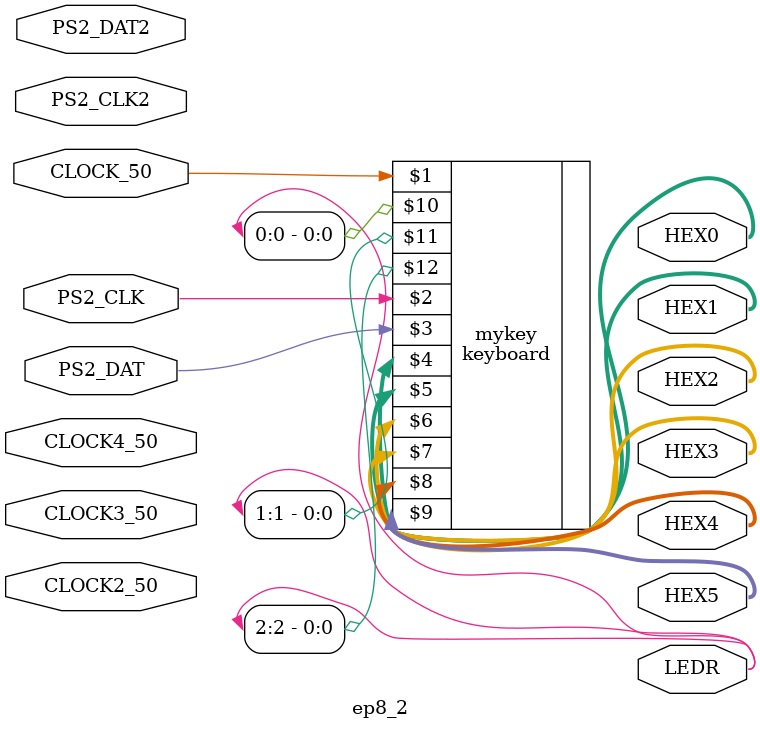
<source format=v>


module ep8_2(

	//////////// CLOCK //////////
	input 		          		CLOCK2_50,
	input 		          		CLOCK3_50,
	input 		          		CLOCK4_50,
	input 		          		CLOCK_50,

	//////////// LED //////////
	output		     [9:0]		LEDR,

	//////////// Seg7 //////////
	output		     [6:0]		HEX0,
	output		     [6:0]		HEX1,
	output		     [6:0]		HEX2,
	output		     [6:0]		HEX3,
	output		     [6:0]		HEX4,
	output		     [6:0]		HEX5,

	//////////// PS2 //////////
	inout 		          		PS2_CLK,
	inout 		          		PS2_CLK2,
	inout 		          		PS2_DAT,
	inout 		          		PS2_DAT2
);



//=======================================================
//  REG/WIRE declarations
//=======================================================




//=======================================================
//  Structural coding
//=======================================================

keyboard mykey(CLOCK_50, PS2_CLK, PS2_DAT, HEX0, HEX1, HEX2, HEX3, HEX4, HEX5, LEDR[0], LEDR[1], LEDR[2]);



endmodule

</source>
